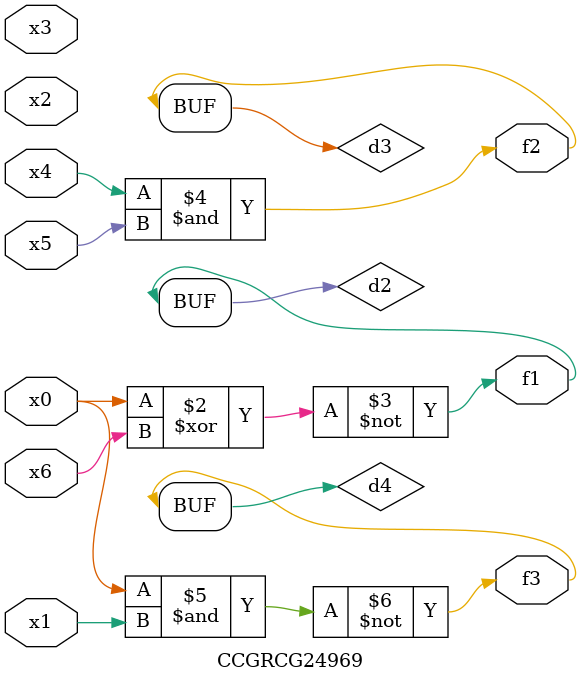
<source format=v>
module CCGRCG24969(
	input x0, x1, x2, x3, x4, x5, x6,
	output f1, f2, f3
);

	wire d1, d2, d3, d4;

	nor (d1, x0);
	xnor (d2, x0, x6);
	and (d3, x4, x5);
	nand (d4, x0, x1);
	assign f1 = d2;
	assign f2 = d3;
	assign f3 = d4;
endmodule

</source>
